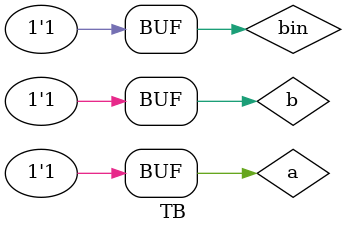
<source format=v>

module FullSub (
    input wire a,b,bin,
    output wire diff,bo
);

    assign diff = a^b^bin;
    assign bo = (~a&b)| (~a&bin) | (b&bin);
    
endmodule

module TB;

    reg a,b,bin;
    wire d,bo;

    FullSub uut (.a(a),.b(b),.bin(bin),.diff(d),.bo(bo));

    initial begin
        a=0;b=0;bin=0;#10;
        a=0;b=0;bin=1;#10;
        a=0;b=1;bin=0;#10;
        a=0;b=1;bin=1;#10;
        a=1;b=0;bin=0;#10;
        a=1;b=0;bin=1;#10;
        a=1;b=1;bin=0;#10;
        a=1;b=1;bin=1;#10;
    end

    initial begin
        $dumpfile("output.vcd");
        $dumpvars(0,TB);
    end
    
endmodule
</source>
